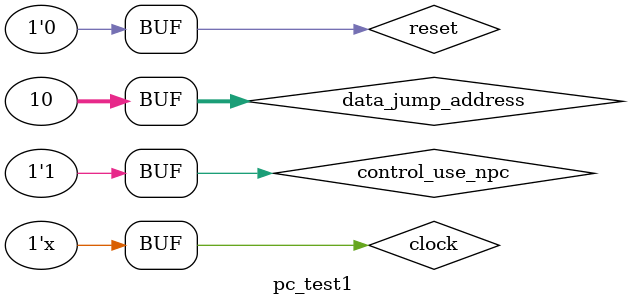
<source format=v>
`timescale 1ns / 1ps


module pc_test1;

	// Inputs
	reg clock;
	reg reset;
	reg control_use_npc;
	reg [31:0] data_jump_address;

	// Outputs
	wire [31:0] instruction_address;

	// Instantiate the Unit Under Test (UUT)
	pc uut (
		.clock(clock), 
		.reset(reset), 
		.control_use_npc(control_use_npc), 
		.data_jump_address(data_jump_address), 
		.instruction_address(instruction_address)
	);

	initial begin
		// Initialize Inputs
		clock = 0;
		reset = 1;
		control_use_npc = 0;
		data_jump_address = 0;

		// Wait 60 ns for global reset to finish
		#60;
        
		// Add stimulus here
		reset = 0;
		#40;
		
		//Expected: instruction_address = 4 -> Pass
		control_use_npc = 1;
		data_jump_address = 1;
		#100;

		//Expected: instruction_address = 8 -> Pass
		control_use_npc = 1;
		data_jump_address = 7;
		#100;
		
		//Expected: instruction_address = 15 -> Pass
		control_use_npc = 0;
		data_jump_address = 15;
		#100;
		
		//Expected: instruction_address = 19 -> Pass
		control_use_npc = 1;
		data_jump_address = 2;
		#100;
		
		//Expected: instruction_address = 3 -> Pass
		control_use_npc = 0;
		data_jump_address = 3;
		#100;
		
		//Expected: instruction_address = 7 -> Pass
		control_use_npc = 1;
		data_jump_address = 12;
		#100;

		//Expected: instruction_address = 11 -> Pass
		control_use_npc = 1;
		data_jump_address = 10;
		#100;
	end
	
	always
	begin
		#50;
		clock = ~clock;
	end
      
endmodule


</source>
